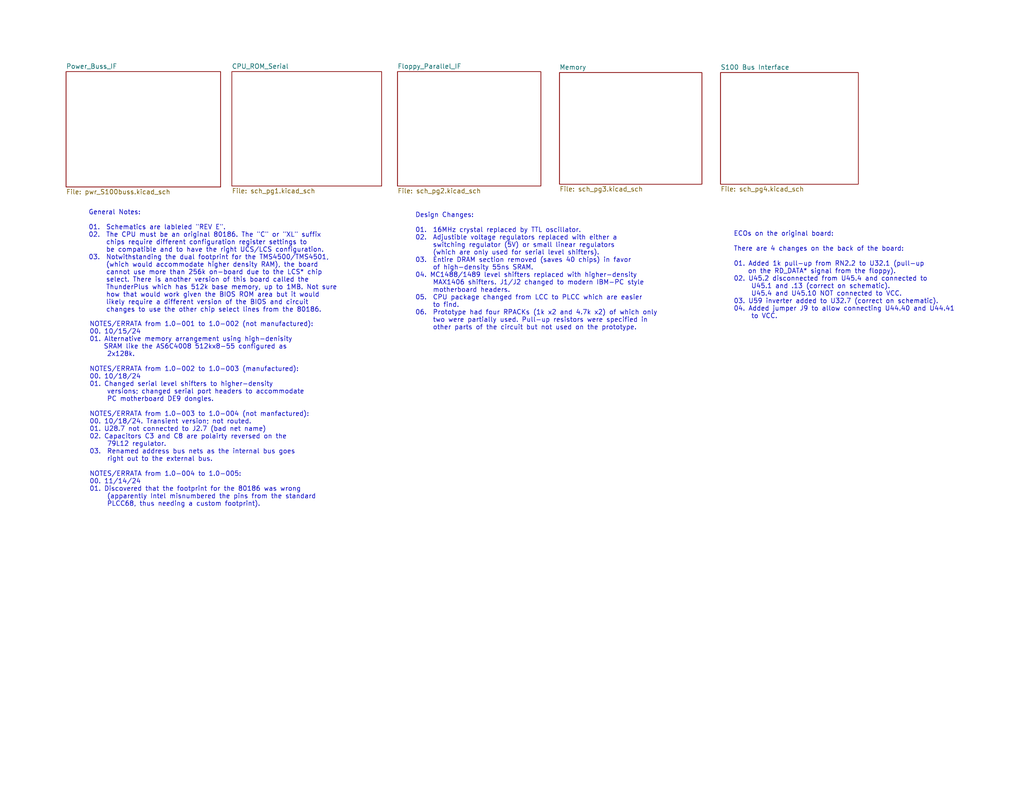
<source format=kicad_sch>
(kicad_sch
	(version 20231120)
	(generator "eeschema")
	(generator_version "8.0")
	(uuid "048cf1fc-81fe-43c0-b445-36f3c2f214da")
	(paper "USLetter")
	(title_block
		(title "Lomas Thunder 186 Rev. E")
		(date "2024-11-14")
		(rev "1.0-005")
		(company "Lomas Data Produtcs")
		(comment 1 "Redraw/modifications (c) Richard A. Cini")
		(comment 2 "Schematic page 1")
	)
	(lib_symbols)
	(text "General Notes:\n\n01.	Schematics are lableled \"REV E\".\n02.	The CPU must be an original 80186. The \"C\" or \"XL\" suffix\n	chips require different configuration register settings to\n	be compatible and to have the right UCS/LCS configuration.\n03.	Notwithstanding the dual footprint for the TMS4500/TMS4501,\n	(which would accommodate higher density RAM), the board\n	cannot use more than 256k on-board due to the LCS* chip\n	select. There is another version of this board called the\n	ThunderPlus which has 512k base memory, up to 1MB. Not sure\n	how that would work given the BIOS ROM area but it would\n	likely require a different version of the BIOS and circuit\n	changes to use the other chip select lines from the 80186.\n"
		(exclude_from_sim no)
		(at 24.13 71.374 0)
		(effects
			(font
				(size 1.27 1.27)
			)
			(justify left)
		)
		(uuid "18e998d1-1c3b-4bc2-aca5-2c132e3726cd")
	)
	(text "ECOs on the original board:\n\nThere are 4 changes on the back of the board:\n\n01. Added 1k pull-up from RN2.2 to U32.1 (pull-up\n    on the RD_DATA* signal from the floppy).\n02. U45.2 disconnected from U45.4 and connected to\n	U45.1 and .13 (correct on schematic).\n	U45.4 and U45.10 NOT connected to VCC.\n03. U59 inverter added to U32.7 (correct on schematic).\n04. Added jumper J9 to allow connecting U44.40 and U44.41\n	to VCC.\n"
		(exclude_from_sim no)
		(at 200.152 75.184 0)
		(effects
			(font
				(size 1.27 1.27)
			)
			(justify left)
		)
		(uuid "54279ec4-90f1-4846-bace-1b0109619d7b")
	)
	(text "NOTES/ERRATA from 1.0-001 to 1.0-002 (not manufactured):\n00. 10/15/24\n01. Alternative memory arrangement using high-denisity\n    SRAM like the AS6C4008 512kx8-55 configured as\n	2x128k. \n\nNOTES/ERRATA from 1.0-002 to 1.0-003 (manufactured):\n00. 10/18/24\n01. Changed serial level shifters to higher-density\n	versions; changed serial port headers to accommodate\n	PC motherboard DE9 dongles.\n\nNOTES/ERRATA from 1.0-003 to 1.0-004 (not manfactured):\n00. 10/18/24. Transient version; not routed.\n01. U28.7 not connected to J2.7 (bad net name)\n02. Capacitors C3 and C8 are polairty reversed on the\n	79L12 regulator.\n03.	Renamed address bus nets as the internal bus goes\n	right out to the external bus.\n\nNOTES/ERRATA from 1.0-004 to 1.0-005:\n00. 11/14/24\n01. Discovered that the footprint for the 80186 was wrong\n	(apparently Intel misnumbered the pins from the standard\n	PLCC68, thus needing a custom footprint).\n\n"
		(exclude_from_sim no)
		(at 24.384 140.462 0)
		(effects
			(font
				(size 1.27 1.27)
			)
			(justify left bottom)
		)
		(uuid "a01a14f1-82cb-40ee-8507-e082809efec7")
	)
	(text "Design Changes:\n\n01.	16MHz crystal replaced by TTL oscillator.\n02.	Adjustible voltage regulators replaced with either a\n	switching regulator (5V) or small linear regulators\n	(which are only used for serial level shifters).\n03.	Entire DRAM section removed (saves 40 chips) in favor\n	of high-density 55ns SRAM.\n04. MC1488/1489 level shifters replaced with higher-density\n	MAX1406 shifters. J1/J2 changed to modern IBM-PC style\n	motherboard headers.\n05.	CPU package changed from LCC to PLCC which are easier\n	to find.\n06.	Prototype had four RPACKs (1k x2 and 4.7k x2) of which only\n	two were partially used. Pull-up resistors were specified in\n	other parts of the circuit but not used on the prototype.\n"
		(exclude_from_sim no)
		(at 113.284 74.168 0)
		(effects
			(font
				(size 1.27 1.27)
			)
			(justify left)
		)
		(uuid "c3d0f9db-87db-465d-84f8-40cf9820fc31")
	)
	(sheet
		(at 63.246 19.558)
		(size 40.894 31.242)
		(fields_autoplaced yes)
		(stroke
			(width 0.1524)
			(type solid)
		)
		(fill
			(color 0 0 0 0.0000)
		)
		(uuid "451062ee-6f65-419b-a7e1-4842a9f8c2af")
		(property "Sheetname" "CPU_ROM_Serial"
			(at 63.246 18.8464 0)
			(effects
				(font
					(size 1.27 1.27)
				)
				(justify left bottom)
			)
		)
		(property "Sheetfile" "sch_pg1.kicad_sch"
			(at 63.246 51.3846 0)
			(effects
				(font
					(size 1.27 1.27)
				)
				(justify left top)
			)
		)
		(instances
			(project "s100_Thunder186-1.0-005"
				(path "/048cf1fc-81fe-43c0-b445-36f3c2f214da"
					(page "3")
				)
			)
		)
	)
	(sheet
		(at 18.034 19.558)
		(size 42.164 31.496)
		(fields_autoplaced yes)
		(stroke
			(width 0.1524)
			(type solid)
		)
		(fill
			(color 0 0 0 0.0000)
		)
		(uuid "66b0afa9-59c4-46b7-b585-f7e7e5bf49b5")
		(property "Sheetname" "Power_Buss_IF"
			(at 18.034 18.8464 0)
			(effects
				(font
					(size 1.27 1.27)
				)
				(justify left bottom)
			)
		)
		(property "Sheetfile" "pwr_S100buss.kicad_sch"
			(at 18.034 51.6386 0)
			(effects
				(font
					(size 1.27 1.27)
				)
				(justify left top)
			)
		)
		(instances
			(project "s100_Thunder186-1.0-005"
				(path "/048cf1fc-81fe-43c0-b445-36f3c2f214da"
					(page "2")
				)
			)
		)
	)
	(sheet
		(at 152.654 19.812)
		(size 38.862 30.48)
		(fields_autoplaced yes)
		(stroke
			(width 0.1524)
			(type solid)
		)
		(fill
			(color 0 0 0 0.0000)
		)
		(uuid "8ab68cdf-829e-4846-8853-1f3296ecb671")
		(property "Sheetname" "Memory"
			(at 152.654 19.1004 0)
			(effects
				(font
					(size 1.27 1.27)
				)
				(justify left bottom)
			)
		)
		(property "Sheetfile" "sch_pg3.kicad_sch"
			(at 152.654 50.8766 0)
			(effects
				(font
					(size 1.27 1.27)
				)
				(justify left top)
			)
		)
		(instances
			(project "s100_Thunder186-1.0-005"
				(path "/048cf1fc-81fe-43c0-b445-36f3c2f214da"
					(page "5")
				)
			)
		)
	)
	(sheet
		(at 108.458 19.558)
		(size 39.116 31.242)
		(fields_autoplaced yes)
		(stroke
			(width 0.1524)
			(type solid)
		)
		(fill
			(color 0 0 0 0.0000)
		)
		(uuid "b15f5c38-53f7-4516-bc4f-efdb461a5759")
		(property "Sheetname" "Floppy_Parallel_IF"
			(at 108.458 18.8464 0)
			(effects
				(font
					(size 1.27 1.27)
				)
				(justify left bottom)
			)
		)
		(property "Sheetfile" "sch_pg2.kicad_sch"
			(at 108.458 51.3846 0)
			(effects
				(font
					(size 1.27 1.27)
				)
				(justify left top)
			)
		)
		(instances
			(project "s100_Thunder186-1.0-005"
				(path "/048cf1fc-81fe-43c0-b445-36f3c2f214da"
					(page "4")
				)
			)
		)
	)
	(sheet
		(at 196.596 19.812)
		(size 37.592 30.48)
		(fields_autoplaced yes)
		(stroke
			(width 0.1524)
			(type solid)
		)
		(fill
			(color 0 0 0 0.0000)
		)
		(uuid "f18f69ea-453b-4e6e-a333-4a79be0636c4")
		(property "Sheetname" "S100 Bus Interface"
			(at 196.596 19.1004 0)
			(effects
				(font
					(size 1.27 1.27)
				)
				(justify left bottom)
			)
		)
		(property "Sheetfile" "sch_pg4.kicad_sch"
			(at 196.596 50.8766 0)
			(effects
				(font
					(size 1.27 1.27)
				)
				(justify left top)
			)
		)
		(instances
			(project "s100_Thunder186-1.0-005"
				(path "/048cf1fc-81fe-43c0-b445-36f3c2f214da"
					(page "6")
				)
			)
		)
	)
	(sheet_instances
		(path "/"
			(page "1")
		)
	)
)

</source>
